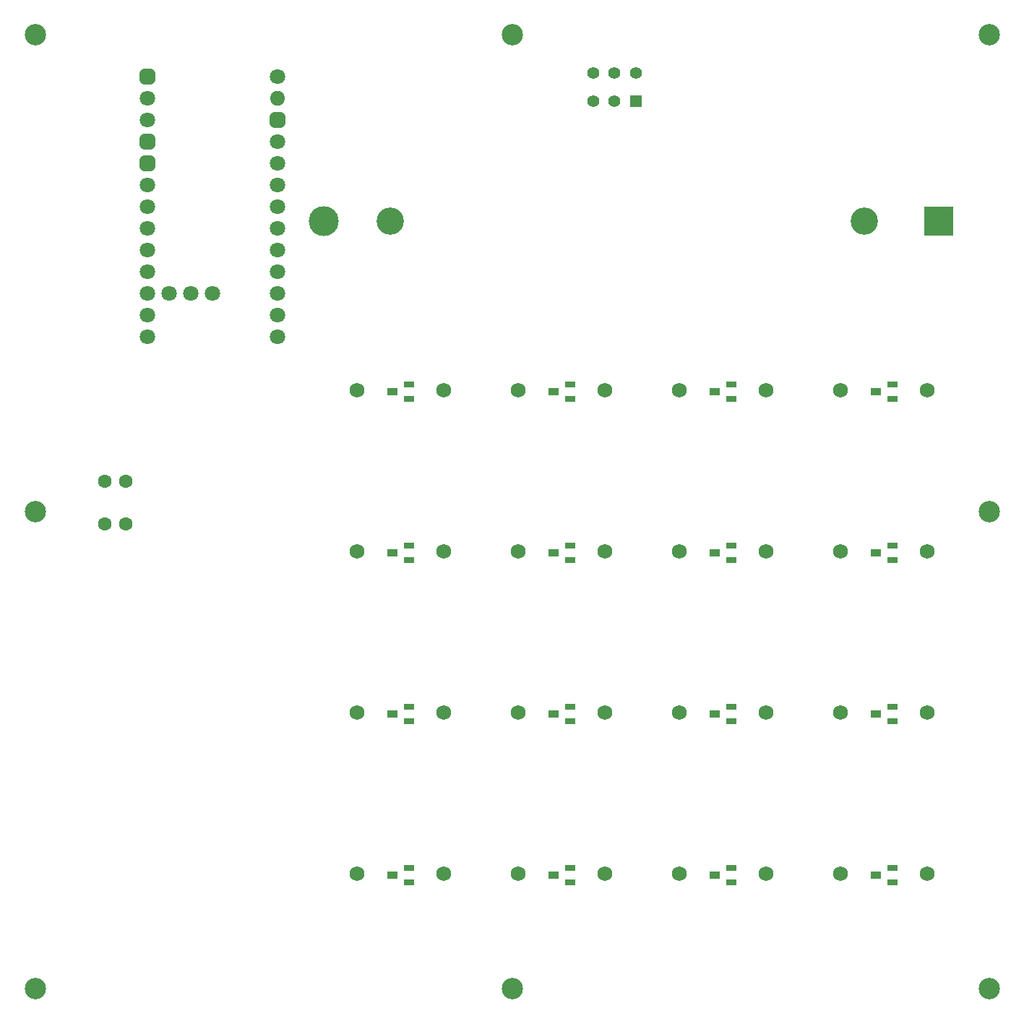
<source format=gbr>
%TF.GenerationSoftware,KiCad,Pcbnew,7.0.9*%
%TF.CreationDate,2024-05-12T14:32:29+05:30*%
%TF.ProjectId,Analog_Macropad,416e616c-6f67-45f4-9d61-63726f706164,rev?*%
%TF.SameCoordinates,Original*%
%TF.FileFunction,Soldermask,Bot*%
%TF.FilePolarity,Negative*%
%FSLAX46Y46*%
G04 Gerber Fmt 4.6, Leading zero omitted, Abs format (unit mm)*
G04 Created by KiCad (PCBNEW 7.0.9) date 2024-05-12 14:32:29*
%MOMM*%
%LPD*%
G01*
G04 APERTURE LIST*
G04 Aperture macros list*
%AMRoundRect*
0 Rectangle with rounded corners*
0 $1 Rounding radius*
0 $2 $3 $4 $5 $6 $7 $8 $9 X,Y pos of 4 corners*
0 Add a 4 corners polygon primitive as box body*
4,1,4,$2,$3,$4,$5,$6,$7,$8,$9,$2,$3,0*
0 Add four circle primitives for the rounded corners*
1,1,$1+$1,$2,$3*
1,1,$1+$1,$4,$5*
1,1,$1+$1,$6,$7*
1,1,$1+$1,$8,$9*
0 Add four rect primitives between the rounded corners*
20,1,$1+$1,$2,$3,$4,$5,0*
20,1,$1+$1,$4,$5,$6,$7,0*
20,1,$1+$1,$6,$7,$8,$9,0*
20,1,$1+$1,$8,$9,$2,$3,0*%
G04 Aperture macros list end*
%ADD10C,2.500000*%
%ADD11R,1.270000X0.800000*%
%ADD12R,1.300000X0.840000*%
%ADD13C,1.750000*%
%ADD14C,1.800000*%
%ADD15RoundRect,0.450000X-0.450000X-0.450000X0.450000X-0.450000X0.450000X0.450000X-0.450000X0.450000X0*%
%ADD16O,1.780000X1.730000*%
%ADD17C,1.600000*%
%ADD18R,1.400000X1.400000*%
%ADD19C,1.400000*%
%ADD20C,3.500000*%
%ADD21R,3.500000X3.500000*%
%ADD22C,3.200000*%
G04 APERTURE END LIST*
D10*
%TO.C,H8*%
X16000000Y-72170000D03*
%TD*%
D11*
%TO.C,U7*%
X78640000Y-77880000D03*
D12*
X76725000Y-76990000D03*
D11*
X78640000Y-76140000D03*
D13*
X82680000Y-76820000D03*
X72520000Y-76820000D03*
%TD*%
%TO.C,U6*%
X53640000Y-76820000D03*
X63800000Y-76820000D03*
D11*
X59760000Y-76140000D03*
D12*
X57845000Y-76990000D03*
D11*
X59760000Y-77880000D03*
%TD*%
D10*
%TO.C,H3*%
X127760000Y-16300000D03*
%TD*%
D14*
%TO.C,U18*%
X29150000Y-23730000D03*
X29150000Y-26270000D03*
D15*
X29150000Y-28810000D03*
X29150000Y-31350000D03*
D14*
X29150000Y-33890000D03*
X29150000Y-36430000D03*
X29150000Y-38970000D03*
X29150000Y-41510000D03*
X29150000Y-44050000D03*
X29150000Y-46590000D03*
X29150000Y-49130000D03*
X29150000Y-51670000D03*
D16*
X44380000Y-23765000D03*
D15*
X44390000Y-26270000D03*
D14*
X44390000Y-28810000D03*
X44390000Y-31350000D03*
X44390000Y-33890000D03*
X44390000Y-36430000D03*
X44390000Y-38970000D03*
X44390000Y-41510000D03*
X44390000Y-44050000D03*
X44390000Y-46590000D03*
X44390000Y-49130000D03*
X44390000Y-51670000D03*
X31690000Y-46590000D03*
X34230000Y-46590000D03*
X36770000Y-46590000D03*
D15*
X29150000Y-21190000D03*
D14*
X44390000Y-21190000D03*
%TD*%
D10*
%TO.C,H2*%
X71860000Y-16320000D03*
%TD*%
D13*
%TO.C,U4*%
X91400000Y-57940000D03*
X101560000Y-57940000D03*
D11*
X97520000Y-57260000D03*
D12*
X95605000Y-58110000D03*
D11*
X97520000Y-59000000D03*
%TD*%
D10*
%TO.C,H1*%
X15960000Y-16300000D03*
%TD*%
%TO.C,H6*%
X71880000Y-128090000D03*
%TD*%
D13*
%TO.C,U3*%
X72520000Y-57940000D03*
X82680000Y-57940000D03*
D11*
X78640000Y-57260000D03*
D12*
X76725000Y-58110000D03*
D11*
X78640000Y-59000000D03*
%TD*%
D13*
%TO.C,U2*%
X53640000Y-57940000D03*
X63800000Y-57940000D03*
D11*
X59760000Y-57260000D03*
D12*
X57845000Y-58110000D03*
D11*
X59760000Y-59000000D03*
%TD*%
D10*
%TO.C,H7*%
X15950000Y-128080000D03*
%TD*%
D13*
%TO.C,U17*%
X53640000Y-114580000D03*
X63800000Y-114580000D03*
D11*
X59760000Y-113900000D03*
D12*
X57845000Y-114750000D03*
D11*
X59760000Y-115640000D03*
%TD*%
%TO.C,U8*%
X97520000Y-77880000D03*
D12*
X95605000Y-76990000D03*
D11*
X97520000Y-76140000D03*
D13*
X101560000Y-76820000D03*
X91400000Y-76820000D03*
%TD*%
D17*
%TO.C,C1*%
X26600000Y-68600000D03*
X26600000Y-73600000D03*
%TD*%
D13*
%TO.C,U10*%
X110280000Y-95700000D03*
X120440000Y-95700000D03*
D11*
X116400000Y-95020000D03*
D12*
X114485000Y-95870000D03*
D11*
X116400000Y-96760000D03*
%TD*%
D13*
%TO.C,U14*%
X110280000Y-114580000D03*
X120440000Y-114580000D03*
D11*
X116400000Y-113900000D03*
D12*
X114485000Y-114750000D03*
D11*
X116400000Y-115640000D03*
%TD*%
D10*
%TO.C,H5*%
X127740000Y-128050000D03*
%TD*%
D13*
%TO.C,U13*%
X53640000Y-95700000D03*
X63800000Y-95700000D03*
D11*
X59760000Y-95020000D03*
D12*
X57845000Y-95870000D03*
D11*
X59760000Y-96760000D03*
%TD*%
D13*
%TO.C,U11*%
X91400000Y-95700000D03*
X101560000Y-95700000D03*
D11*
X97520000Y-95020000D03*
D12*
X95605000Y-95870000D03*
D11*
X97520000Y-96760000D03*
%TD*%
D17*
%TO.C,C2*%
X24150000Y-73610000D03*
X24150000Y-68610000D03*
%TD*%
D13*
%TO.C,U15*%
X91400000Y-114580000D03*
X101560000Y-114580000D03*
D11*
X97520000Y-113900000D03*
D12*
X95605000Y-114750000D03*
D11*
X97520000Y-115640000D03*
%TD*%
D10*
%TO.C,H4*%
X127740000Y-72190000D03*
%TD*%
D13*
%TO.C,U5*%
X110280000Y-57940000D03*
X120440000Y-57940000D03*
D11*
X116400000Y-57260000D03*
D12*
X114485000Y-58110000D03*
D11*
X116400000Y-59000000D03*
%TD*%
D13*
%TO.C,U16*%
X72520000Y-114580000D03*
X82680000Y-114580000D03*
D11*
X78640000Y-113900000D03*
D12*
X76725000Y-114750000D03*
D11*
X78640000Y-115640000D03*
%TD*%
D18*
%TO.C,SW1*%
X86350000Y-24050000D03*
D19*
X83850000Y-24050000D03*
X81350000Y-24050000D03*
X86350000Y-20750000D03*
X83850000Y-20750000D03*
X81350000Y-20750000D03*
%TD*%
D20*
%TO.C,BT1*%
X49790000Y-38140000D03*
D21*
X121790000Y-38140000D03*
D22*
X57535000Y-38140000D03*
X113145000Y-38140000D03*
%TD*%
D13*
%TO.C,U12*%
X72520000Y-95700000D03*
X82680000Y-95700000D03*
D11*
X78640000Y-95020000D03*
D12*
X76725000Y-95870000D03*
D11*
X78640000Y-96760000D03*
%TD*%
%TO.C,U9*%
X116400000Y-77880000D03*
D12*
X114485000Y-76990000D03*
D11*
X116400000Y-76140000D03*
D13*
X120440000Y-76820000D03*
X110280000Y-76820000D03*
%TD*%
M02*

</source>
